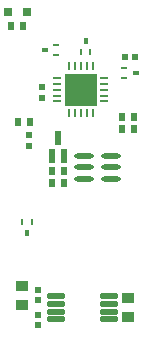
<source format=gtp>
%FSDAX24Y24*%
%MOIN*%
%SFA1B1*%

%IPPOS*%
%AMD27*
4,1,8,-0.028600,0.006900,-0.028600,-0.006900,-0.024700,-0.010800,0.024700,-0.010800,0.028600,-0.006900,0.028600,0.006900,0.024700,0.010800,-0.024700,0.010800,-0.028600,0.006900,0.0*
1,1,0.007800,-0.024700,0.006900*
1,1,0.007800,-0.024700,-0.006900*
1,1,0.007800,0.024700,-0.006900*
1,1,0.007800,0.024700,0.006900*
%
%ADD14R,0.021700X0.025600*%
%ADD15R,0.039400X0.035400*%
%ADD16R,0.010600X0.020500*%
%ADD17R,0.014200X0.020500*%
%ADD18R,0.020500X0.010600*%
%ADD19R,0.020500X0.014200*%
%ADD20R,0.024400X0.024400*%
%ADD21R,0.031500X0.031500*%
%ADD22O,0.065000X0.017700*%
%ADD23R,0.106300X0.106300*%
%ADD24O,0.031500X0.009800*%
%ADD25O,0.009800X0.031500*%
%ADD26R,0.024400X0.024400*%
G04~CAMADD=27~8~0.0~0.0~217.0~572.0~39.0~0.0~15~0.0~0.0~0.0~0.0~0~0.0~0.0~0.0~0.0~0~0.0~0.0~0.0~90.0~572.0~216.0*
%ADD27D27*%
%ADD28R,0.019700X0.045300*%
%LNptw_ecu_cp_v1.0-1*%
%LPD*%
G54D14*
X013616Y016374D03*
X014010D03*
X012268Y021610D03*
X012661D03*
X012494Y018392D03*
X012888D03*
X015949Y018165D03*
X016343D03*
Y018559D03*
X015949D03*
X014010Y016768D03*
X013616D03*
G54D15*
X012622Y012929D03*
Y012299D03*
X016165Y011886D03*
Y012516D03*
G54D16*
X012937Y015071D03*
X012622D03*
X014581Y020719D03*
X014896D03*
G54D17*
X012780Y014685D03*
X014738Y021104D03*
G54D18*
X013760Y020636D03*
Y020951D03*
X016032Y020183D03*
Y019868D03*
G54D19*
X013374Y020793D03*
X016417Y020026D03*
G54D20*
X012848Y017959D03*
Y017604D03*
X013154Y011620D03*
Y011974D03*
Y012801D03*
Y012447D03*
X013281Y019563D03*
Y019209D03*
G54D21*
X012156Y022053D03*
X012786D03*
G54D22*
X014689Y017260D03*
Y016886D03*
Y016512D03*
X015575Y017260D03*
Y016886D03*
Y016512D03*
G54D23*
X014581Y019474D03*
G54D24*
X015368Y019868D03*
Y019671D03*
Y019474D03*
Y019278D03*
Y019081D03*
X013793D03*
Y019278D03*
Y019474D03*
Y019671D03*
Y019868D03*
G54D25*
X014974Y018687D03*
X014778D03*
X014581D03*
X014384D03*
X014187D03*
Y020262D03*
X014384D03*
X014581D03*
X014778D03*
X014974D03*
G54D26*
X016392Y020557D03*
X016037D03*
G54D27*
X015506Y011817D03*
Y012073D03*
Y012329D03*
X013754Y011817D03*
Y012073D03*
Y012329D03*
Y012585D03*
X015506D03*
G54D28*
X013616Y017270D03*
X014010D03*
X013813Y017860D03*
M02*
</source>
